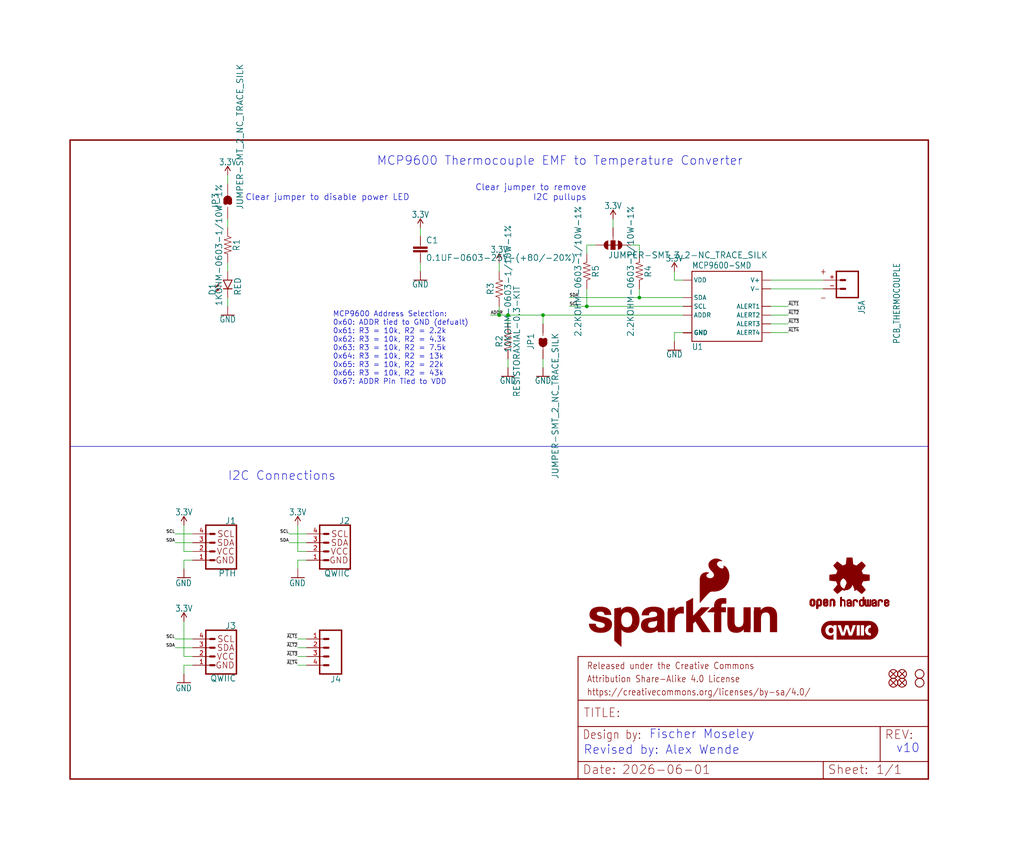
<source format=kicad_sch>
(kicad_sch (version 20230121) (generator eeschema)
  (paper "User" 297.002 245.847)
  (lib_symbols
    (symbol "SparkFun_Qwiic_Thermocouple_Amplifier_PCC-eagle-import:0.1UF-0603-25V-(+80/-20%)"
      (property "Reference" "C" (at 1.524 2.921 0))
      (symbol "0.1UF-0603-25V-(+80/-20%)_1_0"
        (pin passive line (at 0 5.08 270) (length 2.54) (name "1") (number "1"))
        (pin passive line (at 0 -2.54 90) (length 2.54) (name "2") (number "2"))
      )
    )
    (symbol "SparkFun_Qwiic_Thermocouple_Amplifier_PCC-eagle-import:10KOHM-0603-1/10W-1%"
      (property "Reference" "R" (at 0 1.524 0))
      (symbol "10KOHM-0603-1/10W-1%_1_0"
        (pin passive line (at -5.08 0 0) (length 2.54) (name "1") (number "1"))
        (pin passive line (at 5.08 0 180) (length 2.54) (name "2") (number "2"))
      )
    )
    (symbol "SparkFun_Qwiic_Thermocouple_Amplifier_PCC-eagle-import:1KOHM-0603-1/10W-1%"
      (property "Reference" "R" (at 0 1.524 0))
      (symbol "1KOHM-0603-1/10W-1%_1_0"
        (pin passive line (at -5.08 0 0) (length 2.54) (name "1") (number "1"))
        (pin passive line (at 5.08 0 180) (length 2.54) (name "2") (number "2"))
      )
    )
    (symbol "SparkFun_Qwiic_Thermocouple_Amplifier_PCC-eagle-import:2.2KOHM-0603-1/10W-1%"
      (property "Reference" "R" (at 0 1.524 0))
      (symbol "2.2KOHM-0603-1/10W-1%_1_0"
        (pin passive line (at -5.08 0 0) (length 2.54) (name "1") (number "1"))
        (pin passive line (at 5.08 0 180) (length 2.54) (name "2") (number "2"))
      )
    )
    (symbol "SparkFun_Qwiic_Thermocouple_Amplifier_PCC-eagle-import:CONN_041X04_NO_SILK"
      (property "Reference" "J" (at -5.08 8.128 0))
      (symbol "CONN_041X04_NO_SILK_1_0"
        (pin passive line (at 5.08 -2.54 180) (length 5.08) (name "1") (number "1"))
        (pin passive line (at 5.08 0 180) (length 5.08) (name "2") (number "2"))
        (pin passive line (at 5.08 2.54 180) (length 5.08) (name "3") (number "3"))
        (pin passive line (at 5.08 5.08 180) (length 5.08) (name "4") (number "4"))
      )
    )
    (symbol "SparkFun_Qwiic_Thermocouple_Amplifier_PCC-eagle-import:FIDUCIALUFIDUCIAL")
    (symbol "SparkFun_Qwiic_Thermocouple_Amplifier_PCC-eagle-import:FRAME-LETTER"
      (symbol "FRAME-LETTER_2_0"
        (text "${#}/${##}" (at 86.36 1.27 0) (effects (font (size 2.54 2.54)) (justify left bottom)))
        (text "${CURRENT_DATE}" (at 12.7 1.27 0) (effects (font (size 2.54 2.54)) (justify left bottom)))
        (text "${PROJECTNAME}" (at 15.494 17.78 0) (effects (font (size 2.7432 2.7432)) (justify left bottom)))
        (text "Attribution Share-Alike 4.0 License" (at 2.54 27.94 0) (effects (font (size 1.9304 1.6408)) (justify left bottom)))
        (text "Date:" (at 1.27 1.27 0) (effects (font (size 2.54 2.54)) (justify left bottom)))
        (text "Design by:" (at 1.27 11.43 0) (effects (font (size 2.54 2.159)) (justify left bottom)))
        (text "https://creativecommons.org/licenses/by-sa/4.0/" (at 2.54 24.13 0) (effects (font (size 1.9304 1.6408)) (justify left bottom)))
        (text "Released under the Creative Commons" (at 2.54 31.75 0) (effects (font (size 1.9304 1.6408)) (justify left bottom)))
        (text "REV:" (at 88.9 11.43 0) (effects (font (size 2.54 2.54)) (justify left bottom)))
        (text "Sheet:" (at 72.39 1.27 0) (effects (font (size 2.54 2.54)) (justify left bottom)))
        (text "TITLE:" (at 1.524 17.78 0) (effects (font (size 2.54 2.54)) (justify left bottom)))
      )
    )
    (symbol "SparkFun_Qwiic_Thermocouple_Amplifier_PCC-eagle-import:I2C_STANDARD_NO_SILK"
      (property "Reference" "J" (at -5.08 7.874 0))
      (symbol "I2C_STANDARD_NO_SILK_1_0"
        (text "GND" (at -4.572 -2.54 0) (effects (font (size 1.778 1.778)) (justify left)))
        (text "SCL" (at -4.572 5.08 0) (effects (font (size 1.778 1.778)) (justify left)))
        (text "SDA" (at -4.572 2.54 0) (effects (font (size 1.778 1.778)) (justify left)))
        (text "VCC" (at -4.572 0 0) (effects (font (size 1.778 1.778)) (justify left)))
        (pin power_in line (at 7.62 -2.54 180) (length 5.08) (name "1") (number "1"))
        (pin power_in line (at 7.62 0 180) (length 5.08) (name "2") (number "2"))
        (pin passive line (at 7.62 2.54 180) (length 5.08) (name "3") (number "3"))
        (pin passive line (at 7.62 5.08 180) (length 5.08) (name "4") (number "4"))
      )
    )
    (symbol "SparkFun_Qwiic_Thermocouple_Amplifier_PCC-eagle-import:JUMPER-SMT_2_NC_TRACE_SILK"
      (property "Reference" "JP" (at -2.54 2.54 0))
      (symbol "JUMPER-SMT_2_NC_TRACE_SILK_1_0"
        (pin passive line (at -5.08 0 0) (length 2.54) (name "1") (number "1"))
        (pin passive line (at 5.08 0 180) (length 2.54) (name "2") (number "2"))
      )
    )
    (symbol "SparkFun_Qwiic_Thermocouple_Amplifier_PCC-eagle-import:JUMPER-SMT_3_2-NC_TRACE_SILK"
      (property "Reference" "JP" (at 2.54 0.381 0))
      (symbol "JUMPER-SMT_3_2-NC_TRACE_SILK_1_0"
        (pin passive line (at 0 5.08 270) (length 2.54) (name "1") (number "1"))
        (pin passive line (at -5.08 0 0) (length 2.54) (name "2") (number "2"))
        (pin passive line (at 0 -5.08 90) (length 2.54) (name "3") (number "3"))
      )
    )
    (symbol "SparkFun_Qwiic_Thermocouple_Amplifier_PCC-eagle-import:LED-RED0603"
      (property "Reference" "D" (at -3.429 -4.572 90))
      (symbol "LED-RED0603_1_0"
        (pin passive line (at 0 2.54 270) (length 2.54) (name "A") (number "A"))
        (pin passive line (at 0 -5.08 90) (length 2.54) (name "C") (number "C"))
      )
    )
    (symbol "SparkFun_Qwiic_Thermocouple_Amplifier_PCC-eagle-import:MCP9600-SMD"
      (property "Reference" "U" (at -10.414 10.668 0))
      (symbol "MCP9600-SMD_1_0"
        (pin bidirectional line (at -12.7 -7.62 0) (length 2.54) (name "GND") (number "1"))
        (pin bidirectional line (at -12.7 -7.62 0) (length 2.54) (name "GND") (number "10"))
        (pin bidirectional line (at 12.7 0 180) (length 2.54) (name "ALERT1") (number "11"))
        (pin bidirectional line (at 12.7 -2.54 180) (length 2.54) (name "ALERT2") (number "12"))
        (pin bidirectional line (at -12.7 -7.62 0) (length 2.54) (name "GND") (number "13"))
        (pin bidirectional line (at 12.7 -5.08 180) (length 2.54) (name "ALERT3") (number "14"))
        (pin bidirectional line (at 12.7 -7.62 180) (length 2.54) (name "ALERT4") (number "15"))
        (pin bidirectional line (at -12.7 -2.54 0) (length 2.54) (name "ADDR") (number "16"))
        (pin bidirectional line (at -12.7 -7.62 0) (length 2.54) (name "GND") (number "17"))
        (pin bidirectional line (at -12.7 -7.62 0) (length 2.54) (name "GND") (number "18"))
        (pin bidirectional line (at -12.7 0 0) (length 2.54) (name "SCL") (number "19"))
        (pin bidirectional line (at 12.7 7.62 180) (length 2.54) (name "V+") (number "2"))
        (pin bidirectional line (at -12.7 2.54 0) (length 2.54) (name "SDA") (number "20"))
        (pin bidirectional line (at -12.7 -7.62 0) (length 2.54) (name "GND") (number "21"))
        (pin bidirectional line (at -12.7 -7.62 0) (length 2.54) (name "GND") (number "3"))
        (pin bidirectional line (at 12.7 5.08 180) (length 2.54) (name "V-") (number "4"))
        (pin bidirectional line (at -12.7 -7.62 0) (length 2.54) (name "GND") (number "5"))
        (pin bidirectional line (at -12.7 -7.62 0) (length 2.54) (name "GND") (number "6"))
        (pin bidirectional line (at -12.7 -7.62 0) (length 2.54) (name "GND") (number "7"))
        (pin bidirectional line (at -12.7 7.62 0) (length 2.54) (name "VDD") (number "8"))
        (pin bidirectional line (at -12.7 -7.62 0) (length 2.54) (name "GND") (number "9"))
      )
    )
    (symbol "SparkFun_Qwiic_Thermocouple_Amplifier_PCC-eagle-import:OSHW-LOGOMINI")
    (symbol "SparkFun_Qwiic_Thermocouple_Amplifier_PCC-eagle-import:PCB_THERMOCOUPLE"
      (property "Reference" "JP" (at -1.27 0 90))
      (symbol "PCB_THERMOCOUPLE_1_0"
        (text "+" (at 5.08 -5.08 0) (effects (font (size 1.778 1.5113))))
        (text "-" (at 5.08 2.54 0) (effects (font (size 1.778 1.5113))))
        (pin passive line (at 5.08 -2.54 180) (length 5.08) (name "+") (number "+"))
        (pin passive line (at 5.08 0 180) (length 5.08) (name "-") (number "-"))
      )
      (symbol "PCB_THERMOCOUPLE_2_0"
        (pin passive line (at 0 -2.54 90) (length 2.54) (name "1") (number "CLIP1"))
        (pin passive line (at 2.54 -2.54 90) (length 2.54) (name "2") (number "CLIP2"))
      )
    )
    (symbol "SparkFun_Qwiic_Thermocouple_Amplifier_PCC-eagle-import:QWIIC_CONNECTORJS-1MM"
      (property "Reference" "J" (at -5.08 7.874 0))
      (symbol "QWIIC_CONNECTORJS-1MM_1_0"
        (text "GND" (at -4.572 -2.54 0) (effects (font (size 1.778 1.778)) (justify left)))
        (text "SCL" (at -4.572 5.08 0) (effects (font (size 1.778 1.778)) (justify left)))
        (text "SDA" (at -4.572 2.54 0) (effects (font (size 1.778 1.778)) (justify left)))
        (text "VCC" (at -4.572 0 0) (effects (font (size 1.778 1.778)) (justify left)))
        (pin power_in line (at 7.62 -2.54 180) (length 5.08) (name "1") (number "1"))
        (pin power_in line (at 7.62 0 180) (length 5.08) (name "2") (number "2"))
        (pin passive line (at 7.62 2.54 180) (length 5.08) (name "3") (number "3"))
        (pin passive line (at 7.62 5.08 180) (length 5.08) (name "4") (number "4"))
      )
    )
    (symbol "SparkFun_Qwiic_Thermocouple_Amplifier_PCC-eagle-import:QWIIC_LOGO_5MM")
    (symbol "SparkFun_Qwiic_Thermocouple_Amplifier_PCC-eagle-import:RESISTORAXIAL-0.3-KIT"
      (property "Reference" "R" (at 0 1.524 0))
      (symbol "RESISTORAXIAL-0.3-KIT_1_0"
        (pin passive line (at -5.08 0 0) (length 2.54) (name "1") (number "P$1"))
        (pin passive line (at 5.08 0 180) (length 2.54) (name "2") (number "P$2"))
      )
    )
    (symbol "SparkFun_Qwiic_Thermocouple_Amplifier_PCC-eagle-import:SFE_LOGO_NAME_FLAME.1_INCH")
    (symbol "SparkFun_Qwiic_Thermocouple_Amplifier_PCC-eagle-import:STAND-OFF")
    (symbol "SparkFun_Qwiic_Thermocouple_Amplifier_PCC-eagle-import:SparkFun-PowerSymbols_3.3V" (power)
      (property "Value" "SparkFun-PowerSymbols_3.3V" (at 0 2.794 0))
      (symbol "SparkFun-PowerSymbols_3.3V_1_0"
        (pin power_in line (at 0 0 90) (length 2.54) (name "3.3V") (number "1"))
      )
    )
    (symbol "SparkFun_Qwiic_Thermocouple_Amplifier_PCC-eagle-import:SparkFun-PowerSymbols_GND" (power)
      (property "Value" "SparkFun-PowerSymbols_GND" (at 0 -0.254 0))
      (symbol "SparkFun-PowerSymbols_GND_1_0"
        (pin power_in line (at 0 2.54 270) (length 2.54) (name "GND") (number "1"))
      )
    )
    (symbol "SparkFun_Qwiic_Thermocouple_Amplifier_PCC-eagle-import:SparkFun_GND" (power)
      (property "Value" "SparkFun_GND" (at -2.54 -2.54 0))
      (symbol "SparkFun_GND_1_0"
        (pin power_in line (at 0 2.54 270) (length 2.54) (name "GND") (number "1"))
      )
    )
  )
  (junction (at 185.42 86.36))
  (junction (at 147.32 91.44))
  (junction (at 170.18 88.9))
  (junction (at 157.48 91.44))
  (junction (at 144.78 91.44))
  (wire (pts (xy 147.32 104.14) (xy 147.32 106.68)) (stroke (width 0.1524)))
  (wire (pts (xy 223.52 91.44) (xy 228.6 91.44)) (stroke (width 0.1524)))
  (wire (pts (xy 223.52 96.52) (xy 228.6 96.52)) (stroke (width 0.1524)))
  (wire (pts (xy 83.82 154.94) (xy 88.9 154.94)) (stroke (width 0.1524)))
  (wire (pts (xy 53.34 195.58) (xy 53.34 193.04)) (stroke (width 0.1524)))
  (wire (pts (xy 86.36 160.02) (xy 88.9 160.02)) (stroke (width 0.1524)))
  (wire (pts (xy 66.04 63.5) (xy 66.04 66.04)) (stroke (width 0.1524)))
  (wire (pts (xy 147.32 91.44) (xy 144.78 91.44)) (stroke (width 0.1524)))
  (wire (pts (xy 170.18 73.66) (xy 170.18 71.12)) (stroke (width 0.1524)))
  (wire (pts (xy 170.18 88.9) (xy 198.12 88.9)) (stroke (width 0.1524)))
  (wire (pts (xy 53.34 180.34) (xy 53.34 190.5)) (stroke (width 0.1524)))
  (wire (pts (xy 165.1 88.9) (xy 170.18 88.9)) (stroke (width 0.1524)))
  (wire (pts (xy 157.48 91.44) (xy 198.12 91.44)) (stroke (width 0.1524)))
  (wire (pts (xy 50.8 157.48) (xy 55.88 157.48)) (stroke (width 0.1524)))
  (wire (pts (xy 55.88 154.94) (xy 50.8 154.94)) (stroke (width 0.1524)))
  (wire (pts (xy 53.34 162.56) (xy 55.88 162.56)) (stroke (width 0.1524)))
  (wire (pts (xy 195.58 96.52) (xy 198.12 96.52)) (stroke (width 0.1524)))
  (wire (pts (xy 66.04 53.34) (xy 66.04 50.8)) (stroke (width 0.1524)))
  (wire (pts (xy 223.52 88.9) (xy 228.6 88.9)) (stroke (width 0.1524)))
  (wire (pts (xy 223.52 81.28) (xy 238.76 81.28)) (stroke (width 0.1524)))
  (wire (pts (xy 157.48 91.44) (xy 147.32 91.44)) (stroke (width 0.1524)))
  (wire (pts (xy 185.42 73.66) (xy 185.42 71.12)) (stroke (width 0.1524)))
  (wire (pts (xy 121.92 76.2) (xy 121.92 78.74)) (stroke (width 0.1524)))
  (wire (pts (xy 185.42 71.12) (xy 182.88 71.12)) (stroke (width 0.1524)))
  (wire (pts (xy 83.82 157.48) (xy 88.9 157.48)) (stroke (width 0.1524)))
  (wire (pts (xy 185.42 86.36) (xy 198.12 86.36)) (stroke (width 0.1524)))
  (wire (pts (xy 55.88 187.96) (xy 50.8 187.96)) (stroke (width 0.1524)))
  (wire (pts (xy 177.8 66.04) (xy 177.8 63.5)) (stroke (width 0.1524)))
  (wire (pts (xy 223.52 93.98) (xy 228.6 93.98)) (stroke (width 0.1524)))
  (wire (pts (xy 195.58 78.74) (xy 195.58 81.28)) (stroke (width 0.1524)))
  (wire (pts (xy 165.1 86.36) (xy 185.42 86.36)) (stroke (width 0.1524)))
  (wire (pts (xy 121.92 68.58) (xy 121.92 66.04)) (stroke (width 0.1524)))
  (wire (pts (xy 195.58 99.06) (xy 195.58 96.52)) (stroke (width 0.1524)))
  (wire (pts (xy 66.04 76.2) (xy 66.04 78.74)) (stroke (width 0.1524)))
  (wire (pts (xy 88.9 193.04) (xy 86.36 193.04)) (stroke (width 0.1524)))
  (wire (pts (xy 157.48 104.14) (xy 157.48 106.68)) (stroke (width 0.1524)))
  (wire (pts (xy 147.32 91.44) (xy 147.32 93.98)) (stroke (width 0.1524)))
  (wire (pts (xy 50.8 185.42) (xy 55.88 185.42)) (stroke (width 0.1524)))
  (wire (pts (xy 88.9 190.5) (xy 86.36 190.5)) (stroke (width 0.1524)))
  (wire (pts (xy 66.04 86.36) (xy 66.04 88.9)) (stroke (width 0.1524)))
  (wire (pts (xy 86.36 152.4) (xy 86.36 160.02)) (stroke (width 0.1524)))
  (wire (pts (xy 195.58 81.28) (xy 198.12 81.28)) (stroke (width 0.1524)))
  (wire (pts (xy 170.18 88.9) (xy 170.18 83.82)) (stroke (width 0.1524)))
  (wire (pts (xy 86.36 162.56) (xy 88.9 162.56)) (stroke (width 0.1524)))
  (wire (pts (xy 144.78 76.2) (xy 144.78 78.74)) (stroke (width 0.1524)))
  (wire (pts (xy 53.34 165.1) (xy 53.34 162.56)) (stroke (width 0.1524)))
  (wire (pts (xy 144.78 91.44) (xy 142.24 91.44)) (stroke (width 0.1524)))
  (wire (pts (xy 223.52 83.82) (xy 238.76 83.82)) (stroke (width 0.1524)))
  (wire (pts (xy 185.42 86.36) (xy 185.42 83.82)) (stroke (width 0.1524)))
  (wire (pts (xy 86.36 165.1) (xy 86.36 162.56)) (stroke (width 0.1524)))
  (wire (pts (xy 53.34 193.04) (xy 55.88 193.04)) (stroke (width 0.1524)))
  (wire (pts (xy 88.9 187.96) (xy 86.36 187.96)) (stroke (width 0.1524)))
  (wire (pts (xy 88.9 185.42) (xy 86.36 185.42)) (stroke (width 0.1524)))
  (wire (pts (xy 144.78 88.9) (xy 144.78 91.44)) (stroke (width 0.1524)))
  (wire (pts (xy 53.34 152.4) (xy 53.34 160.02)) (stroke (width 0.1524)))
  (wire (pts (xy 53.34 160.02) (xy 55.88 160.02)) (stroke (width 0.1524)))
  (wire (pts (xy 172.72 71.12) (xy 170.18 71.12)) (stroke (width 0.1524)))
  (wire (pts (xy 157.48 93.98) (xy 157.48 91.44)) (stroke (width 0.1524)))
  (wire (pts (xy 53.34 190.5) (xy 55.88 190.5)) (stroke (width 0.1524)))
  (polyline (pts (xy 20.32 129.54) (xy 269.24 129.54)) (stroke (width 0.1524) (type solid)))
  (text "Clear jumper to disable power LED" (at 71.12 58.42 0) (effects (font (size 1.778 1.778)) (justify left bottom)))
  (text "Fischer Moseley" (at 188.214 214.63 0) (effects (font (size 2.54 2.54)) (justify left bottom)))
  (text "Clear jumper to remove\nI2C pullups" (at 170.18 58.42 0) (effects (font (size 1.778 1.778)) (justify right bottom)))
  (text "I2C Connections" (at 66.04 139.7 0) (effects (font (size 2.54 2.54)) (justify left bottom)))
  (text "MCP9600 Thermocouple EMF to Temperature Converter" (at 109.22 48.26 0) (effects (font (size 2.54 2.54)) (justify left bottom)))
  (text "v10" (at 259.842 218.694 0) (effects (font (size 2.54 2.54)) (justify left bottom)))
  (text "MCP9600 Address Selection:\n0x60: ADDR tied to GND (defualt)\n0x61: R3 = 10k, R2 = 2.2k\n0x62: R3 = 10k, R2 = 4.3k\n0x63: R3 = 10k, R2 = 7.5k\n0x64: R3 = 10k, R2 = 13k\n0x65: R3 = 10k, R2 = 22k\n0x66: R3 = 10k, R2 = 43k\n0x67: ADDR Pin Tied to VDD" (at 96.52 111.76 0) (effects (font (size 1.524 1.524)) (justify left bottom)))
  (text "Revised by: Alex Wende" (at 169.164 219.202 0) (effects (font (size 2.54 2.54)) (justify left bottom)))
  (label "SDA" (at 165.1 86.36 0) (effects (font (size 0.889 0.889))))
  (label "SCL" (at 50.8 154.94 180) (effects (font (size 0.889 0.889))))
  (label "~{ALT1}" (at 86.36 185.42 180) (effects (font (size 0.889 0.889))))
  (label "SDA" (at 83.82 157.48 180) (effects (font (size 0.889 0.889))))
  (label "~{ALT3}" (at 86.36 190.5 180) (effects (font (size 0.889 0.889))))
  (label "SDA" (at 50.8 187.96 180) (effects (font (size 0.889 0.889))))
  (label "SCL" (at 165.1 88.9 0) (effects (font (size 0.889 0.889))))
  (label "~{ALT2}" (at 228.6 91.44 0) (effects (font (size 0.889 0.889))))
  (label "~{ALT3}" (at 228.6 93.98 0) (effects (font (size 0.889 0.889))))
  (label "~{ALT4}" (at 228.6 96.52 0) (effects (font (size 0.889 0.889))))
  (label "SCL" (at 50.8 185.42 180) (effects (font (size 0.889 0.889))))
  (label "~{ALT2}" (at 86.36 187.96 180) (effects (font (size 0.889 0.889))))
  (label "~{ALT4}" (at 86.36 193.04 180) (effects (font (size 0.889 0.889))))
  (label "~{ALT1}" (at 228.6 88.9 0) (effects (font (size 0.889 0.889))))
  (label "ADDR" (at 142.24 91.44 0) (effects (font (size 0.889 0.889))))
  (label "SDA" (at 50.8 157.48 180) (effects (font (size 0.889 0.889))))
  (label "SCL" (at 83.82 154.94 180) (effects (font (size 0.889 0.889))))
  (symbol (lib_id "SparkFun_Qwiic_Thermocouple_Amplifier_PCC-eagle-import:I2C_STANDARD_NO_SILK") (at 63.5 160.02 0) (mirror y) (unit 1)
    (property "Reference" "J1" (at 68.58 152.146 0) (effects (font (size 1.778 1.778)) (justify left bottom)))
    (property "Value" "PTH" (at 68.58 165.354 0) (effects (font (size 1.778 1.778)) (justify left top)))
    (property "Footprint" "SparkFun_Qwiic_Thermocouple_Amplifier_PCC:1X04_NO_SILK" (effects hide))
  )
  (symbol (lib_id "SparkFun_Qwiic_Thermocouple_Amplifier_PCC-eagle-import:JUMPER-SMT_3_2-NC_TRACE_SILK") (at 177.8 71.12 90) (mirror x) (unit 1)
    (property "Reference" "JP2" (effects hide))
    (property "Value" "JUMPER-SMT_3_2-NC_TRACE_SILK" (at 176.276 75.057 90) (effects (font (size 1.778 1.778)) (justify right bottom)))
    (property "Footprint" "SparkFun_Qwiic_Thermocouple_Amplifier_PCC:SMT-JUMPER_3_2-NC_TRACE_SILK" (effects hide))
  )
  (symbol (lib_id "SparkFun_Qwiic_Thermocouple_Amplifier_PCC-eagle-import:FRAME-LETTER") (at 167.64 226.06 0) (unit 2)
    (property "Reference" "FRAME1" (effects hide))
    (property "Value" "FRAME-LETTER" (effects hide))
    (property "Footprint" "SparkFun_Qwiic_Thermocouple_Amplifier_PCC:CREATIVE_COMMONS" (effects hide))
  )
  (symbol (lib_id "SparkFun_Qwiic_Thermocouple_Amplifier_PCC-eagle-import:STAND-OFF") (at 266.7 198.12 0) (unit 1)
    (property "Reference" "JP9" (effects hide))
    (property "Value" "STAND-OFF" (effects hide))
    (property "Footprint" "SparkFun_Qwiic_Thermocouple_Amplifier_PCC:STAND-OFF" (effects hide))
  )
  (symbol (lib_id "SparkFun_Qwiic_Thermocouple_Amplifier_PCC-eagle-import:OSHW-LOGOMINI") (at 246.38 167.64 0) (unit 1)
    (property "Reference" "LOGO1" (effects hide))
    (property "Value" "OSHW-LOGOMINI" (effects hide))
    (property "Footprint" "SparkFun_Qwiic_Thermocouple_Amplifier_PCC:OSHW-LOGO-MINI" (effects hide))
  )
  (symbol (lib_id "SparkFun_Qwiic_Thermocouple_Amplifier_PCC-eagle-import:SparkFun-PowerSymbols_3.3V") (at 121.92 66.04 0) (unit 1)
    (property "Reference" "#SUPPLY5" (effects hide))
    (property "Value" "3.3V" (at 121.92 63.246 0) (effects (font (size 1.778 1.5113)) (justify bottom)))
  )
  (symbol (lib_id "SparkFun_Qwiic_Thermocouple_Amplifier_PCC-eagle-import:PCB_THERMOCOUPLE") (at 243.84 83.82 180) (unit 1)
    (property "Reference" "J5" (at 248.92 87.122 90) (effects (font (size 1.778 1.5113)) (justify left bottom)))
    (property "Value" "PCB_THERMOCOUPLE" (at 259.08 76.2 90) (effects (font (size 1.778 1.5113)) (justify left bottom)))
    (property "Footprint" "SparkFun_Qwiic_Thermocouple_Amplifier_PCC:PCC-SMP" (effects hide))
  )
  (symbol (lib_id "SparkFun_Qwiic_Thermocouple_Amplifier_PCC-eagle-import:FIDUCIALUFIDUCIAL") (at 261.62 195.58 0) (unit 1)
    (property "Reference" "FD1" (effects hide))
    (property "Value" "FIDUCIALUFIDUCIAL" (effects hide))
    (property "Footprint" "SparkFun_Qwiic_Thermocouple_Amplifier_PCC:FIDUCIAL-MICRO" (effects hide))
  )
  (symbol (lib_id "SparkFun_Qwiic_Thermocouple_Amplifier_PCC-eagle-import:1KOHM-0603-1/10W-1%") (at 66.04 71.12 270) (unit 1)
    (property "Reference" "R1" (at 67.564 71.12 0) (effects (font (size 1.778 1.778)) (justify bottom)))
    (property "Value" "1KOHM-0603-1/10W-1%" (at 64.516 71.12 0) (effects (font (size 1.778 1.778)) (justify top)))
    (property "Footprint" "SparkFun_Qwiic_Thermocouple_Amplifier_PCC:0603" (effects hide))
  )
  (symbol (lib_id "SparkFun_Qwiic_Thermocouple_Amplifier_PCC-eagle-import:FIDUCIALUFIDUCIAL") (at 261.62 198.12 0) (unit 1)
    (property "Reference" "FD2" (effects hide))
    (property "Value" "FIDUCIALUFIDUCIAL" (effects hide))
    (property "Footprint" "SparkFun_Qwiic_Thermocouple_Amplifier_PCC:FIDUCIAL-MICRO" (effects hide))
  )
  (symbol (lib_id "SparkFun_Qwiic_Thermocouple_Amplifier_PCC-eagle-import:STAND-OFF") (at 266.7 195.58 0) (unit 1)
    (property "Reference" "JP8" (effects hide))
    (property "Value" "STAND-OFF" (effects hide))
    (property "Footprint" "SparkFun_Qwiic_Thermocouple_Amplifier_PCC:STAND-OFF" (effects hide))
  )
  (symbol (lib_id "SparkFun_Qwiic_Thermocouple_Amplifier_PCC-eagle-import:SparkFun_GND") (at 86.36 167.64 0) (unit 1)
    (property "Reference" "#GND7" (effects hide))
    (property "Value" "GND" (at 83.82 170.18 0) (effects (font (size 1.778 1.5113)) (justify left bottom)))
  )
  (symbol (lib_id "SparkFun_Qwiic_Thermocouple_Amplifier_PCC-eagle-import:RESISTORAXIAL-0.3-KIT") (at 147.32 99.06 90) (unit 1)
    (property "Reference" "R2" (at 145.796 99.06 0) (effects (font (size 1.778 1.778)) (justify bottom)))
    (property "Value" "RESISTORAXIAL-0.3-KIT" (at 148.844 99.06 0) (effects (font (size 1.778 1.778)) (justify top)))
    (property "Footprint" "SparkFun_Qwiic_Thermocouple_Amplifier_PCC:AXIAL-0.3-KIT" (effects hide))
  )
  (symbol (lib_id "SparkFun_Qwiic_Thermocouple_Amplifier_PCC-eagle-import:QWIIC_LOGO_5MM") (at 246.38 182.88 0) (unit 1)
    (property "Reference" "LOGO3" (effects hide))
    (property "Value" "QWIIC_LOGO_5MM" (effects hide))
    (property "Footprint" "SparkFun_Qwiic_Thermocouple_Amplifier_PCC:QWIIC_5MM" (effects hide))
  )
  (symbol (lib_id "SparkFun_Qwiic_Thermocouple_Amplifier_PCC-eagle-import:MCP9600-SMD") (at 210.82 88.9 0) (unit 1)
    (property "Reference" "U1" (at 200.66 101.6 0) (effects (font (size 1.778 1.5113)) (justify left bottom)))
    (property "Value" "MCP9600-SMD" (at 200.66 77.978 0) (effects (font (size 1.778 1.5113)) (justify left bottom)))
    (property "Footprint" "SparkFun_Qwiic_Thermocouple_Amplifier_PCC:MQFN-20" (effects hide))
  )
  (symbol (lib_id "SparkFun_Qwiic_Thermocouple_Amplifier_PCC-eagle-import:JUMPER-SMT_2_NC_TRACE_SILK") (at 157.48 99.06 90) (mirror x) (unit 1)
    (property "Reference" "JP1" (at 154.94 96.52 0) (effects (font (size 1.778 1.778)) (justify left bottom)))
    (property "Value" "JUMPER-SMT_2_NC_TRACE_SILK" (at 160.02 96.52 0) (effects (font (size 1.778 1.778)) (justify left top)))
    (property "Footprint" "SparkFun_Qwiic_Thermocouple_Amplifier_PCC:SMT-JUMPER_2_NC_TRACE_SILK" (effects hide))
  )
  (symbol (lib_id "SparkFun_Qwiic_Thermocouple_Amplifier_PCC-eagle-import:SparkFun-PowerSymbols_3.3V") (at 86.36 152.4 0) (unit 1)
    (property "Reference" "#SUPPLY7" (effects hide))
    (property "Value" "3.3V" (at 86.36 149.606 0) (effects (font (size 1.778 1.5113)) (justify bottom)))
  )
  (symbol (lib_id "SparkFun_Qwiic_Thermocouple_Amplifier_PCC-eagle-import:SFE_LOGO_NAME_FLAME.1_INCH") (at 170.18 187.96 0) (unit 1)
    (property "Reference" "LOGO2" (effects hide))
    (property "Value" "SFE_LOGO_NAME_FLAME.1_INCH" (effects hide))
    (property "Footprint" "SparkFun_Qwiic_Thermocouple_Amplifier_PCC:SFE_LOGO_NAME_FLAME_.1" (effects hide))
  )
  (symbol (lib_id "SparkFun_Qwiic_Thermocouple_Amplifier_PCC-eagle-import:SparkFun-PowerSymbols_3.3V") (at 177.8 63.5 0) (mirror y) (unit 1)
    (property "Reference" "#SUPPLY9" (effects hide))
    (property "Value" "3.3V" (at 177.8 60.706 0) (effects (font (size 1.778 1.5113)) (justify bottom)))
  )
  (symbol (lib_id "SparkFun_Qwiic_Thermocouple_Amplifier_PCC-eagle-import:SparkFun-PowerSymbols_3.3V") (at 53.34 180.34 0) (unit 1)
    (property "Reference" "#SUPPLY4" (effects hide))
    (property "Value" "3.3V" (at 53.34 177.546 0) (effects (font (size 1.778 1.5113)) (justify bottom)))
  )
  (symbol (lib_id "SparkFun_Qwiic_Thermocouple_Amplifier_PCC-eagle-import:SparkFun-PowerSymbols_3.3V") (at 195.58 78.74 0) (unit 1)
    (property "Reference" "#SUPPLY6" (effects hide))
    (property "Value" "3.3V" (at 195.58 75.946 0) (effects (font (size 1.778 1.5113)) (justify bottom)))
  )
  (symbol (lib_id "SparkFun_Qwiic_Thermocouple_Amplifier_PCC-eagle-import:SparkFun_GND") (at 53.34 167.64 0) (unit 1)
    (property "Reference" "#GND5" (effects hide))
    (property "Value" "GND" (at 50.8 170.18 0) (effects (font (size 1.778 1.5113)) (justify left bottom)))
  )
  (symbol (lib_id "SparkFun_Qwiic_Thermocouple_Amplifier_PCC-eagle-import:SparkFun_GND") (at 53.34 198.12 0) (unit 1)
    (property "Reference" "#GND6" (effects hide))
    (property "Value" "GND" (at 50.8 200.66 0) (effects (font (size 1.778 1.5113)) (justify left bottom)))
  )
  (symbol (lib_id "SparkFun_Qwiic_Thermocouple_Amplifier_PCC-eagle-import:QWIIC_CONNECTORJS-1MM") (at 63.5 190.5 0) (mirror y) (unit 1)
    (property "Reference" "J3" (at 68.58 182.626 0) (effects (font (size 1.778 1.778)) (justify left bottom)))
    (property "Value" "QWIIC" (at 68.58 195.834 0) (effects (font (size 1.778 1.778)) (justify left top)))
    (property "Footprint" "SparkFun_Qwiic_Thermocouple_Amplifier_PCC:JST04_1MM_RA" (effects hide))
  )
  (symbol (lib_id "SparkFun_Qwiic_Thermocouple_Amplifier_PCC-eagle-import:SparkFun-PowerSymbols_3.3V") (at 53.34 152.4 0) (unit 1)
    (property "Reference" "#SUPPLY3" (effects hide))
    (property "Value" "3.3V" (at 53.34 149.606 0) (effects (font (size 1.778 1.5113)) (justify bottom)))
  )
  (symbol (lib_id "SparkFun_Qwiic_Thermocouple_Amplifier_PCC-eagle-import:LED-RED0603") (at 66.04 81.28 0) (unit 1)
    (property "Reference" "D1" (at 62.611 85.852 90) (effects (font (size 1.778 1.778)) (justify left bottom)))
    (property "Value" "RED" (at 67.945 85.852 90) (effects (font (size 1.778 1.778)) (justify left top)))
    (property "Footprint" "SparkFun_Qwiic_Thermocouple_Amplifier_PCC:LED-0603" (effects hide))
  )
  (symbol (lib_id "SparkFun_Qwiic_Thermocouple_Amplifier_PCC-eagle-import:10KOHM-0603-1/10W-1%") (at 144.78 83.82 90) (unit 1)
    (property "Reference" "R3" (at 143.256 83.82 0) (effects (font (size 1.778 1.778)) (justify bottom)))
    (property "Value" "10KOHM-0603-1/10W-1%" (at 146.304 83.82 0) (effects (font (size 1.778 1.778)) (justify top)))
    (property "Footprint" "SparkFun_Qwiic_Thermocouple_Amplifier_PCC:0603" (effects hide))
  )
  (symbol (lib_id "SparkFun_Qwiic_Thermocouple_Amplifier_PCC-eagle-import:FIDUCIALUFIDUCIAL") (at 259.08 195.58 0) (unit 1)
    (property "Reference" "FD4" (effects hide))
    (property "Value" "FIDUCIALUFIDUCIAL" (effects hide))
    (property "Footprint" "SparkFun_Qwiic_Thermocouple_Amplifier_PCC:FIDUCIAL-MICRO" (effects hide))
  )
  (symbol (lib_id "SparkFun_Qwiic_Thermocouple_Amplifier_PCC-eagle-import:FIDUCIALUFIDUCIAL") (at 259.08 198.12 0) (unit 1)
    (property "Reference" "FD3" (effects hide))
    (property "Value" "FIDUCIALUFIDUCIAL" (effects hide))
    (property "Footprint" "SparkFun_Qwiic_Thermocouple_Amplifier_PCC:FIDUCIAL-MICRO" (effects hide))
  )
  (symbol (lib_id "SparkFun_Qwiic_Thermocouple_Amplifier_PCC-eagle-import:SparkFun-PowerSymbols_GND") (at 121.92 81.28 0) (unit 1)
    (property "Reference" "#GND4" (effects hide))
    (property "Value" "GND" (at 121.92 81.534 0) (effects (font (size 1.778 1.5113)) (justify top)))
  )
  (symbol (lib_id "SparkFun_Qwiic_Thermocouple_Amplifier_PCC-eagle-import:SparkFun-PowerSymbols_GND") (at 157.48 109.22 0) (mirror y) (unit 1)
    (property "Reference" "#GND8" (effects hide))
    (property "Value" "GND" (at 157.48 109.474 0) (effects (font (size 1.778 1.5113)) (justify top)))
  )
  (symbol (lib_id "SparkFun_Qwiic_Thermocouple_Amplifier_PCC-eagle-import:QWIIC_CONNECTORJS-1MM") (at 96.52 160.02 0) (mirror y) (unit 1)
    (property "Reference" "J2" (at 101.6 152.146 0) (effects (font (size 1.778 1.778)) (justify left bottom)))
    (property "Value" "QWIIC" (at 101.6 165.354 0) (effects (font (size 1.778 1.778)) (justify left top)))
    (property "Footprint" "SparkFun_Qwiic_Thermocouple_Amplifier_PCC:JST04_1MM_RA" (effects hide))
  )
  (symbol (lib_id "SparkFun_Qwiic_Thermocouple_Amplifier_PCC-eagle-import:SparkFun-PowerSymbols_GND") (at 66.04 91.44 0) (unit 1)
    (property "Reference" "#GND1" (effects hide))
    (property "Value" "GND" (at 66.04 91.694 0) (effects (font (size 1.778 1.5113)) (justify top)))
  )
  (symbol (lib_id "SparkFun_Qwiic_Thermocouple_Amplifier_PCC-eagle-import:SparkFun-PowerSymbols_GND") (at 195.58 101.6 0) (unit 1)
    (property "Reference" "#GND2" (effects hide))
    (property "Value" "GND" (at 195.58 101.854 0) (effects (font (size 1.778 1.5113)) (justify top)))
  )
  (symbol (lib_id "SparkFun_Qwiic_Thermocouple_Amplifier_PCC-eagle-import:JUMPER-SMT_2_NC_TRACE_SILK") (at 66.04 58.42 90) (unit 1)
    (property "Reference" "JP3" (at 63.5 60.96 0) (effects (font (size 1.778 1.778)) (justify left bottom)))
    (property "Value" "JUMPER-SMT_2_NC_TRACE_SILK" (at 68.58 60.96 0) (effects (font (size 1.778 1.778)) (justify left top)))
    (property "Footprint" "SparkFun_Qwiic_Thermocouple_Amplifier_PCC:SMT-JUMPER_2_NC_TRACE_SILK" (effects hide))
  )
  (symbol (lib_id "SparkFun_Qwiic_Thermocouple_Amplifier_PCC-eagle-import:SparkFun-PowerSymbols_3.3V") (at 144.78 76.2 0) (mirror y) (unit 1)
    (property "Reference" "#SUPPLY2" (effects hide))
    (property "Value" "3.3V" (at 144.78 73.406 0) (effects (font (size 1.778 1.5113)) (justify bottom)))
  )
  (symbol (lib_id "SparkFun_Qwiic_Thermocouple_Amplifier_PCC-eagle-import:SparkFun-PowerSymbols_3.3V") (at 66.04 50.8 0) (unit 1)
    (property "Reference" "#SUPPLY1" (effects hide))
    (property "Value" "3.3V" (at 66.04 48.006 0) (effects (font (size 1.778 1.5113)) (justify bottom)))
  )
  (symbol (lib_id "SparkFun_Qwiic_Thermocouple_Amplifier_PCC-eagle-import:FRAME-LETTER") (at 20.32 226.06 0) (unit 1)
    (property "Reference" "FRAME1" (effects hide))
    (property "Value" "FRAME-LETTER" (effects hide))
    (property "Footprint" "SparkFun_Qwiic_Thermocouple_Amplifier_PCC:CREATIVE_COMMONS" (effects hide))
  )
  (symbol (lib_id "SparkFun_Qwiic_Thermocouple_Amplifier_PCC-eagle-import:CONN_041X04_NO_SILK") (at 93.98 187.96 180) (unit 1)
    (property "Reference" "J4" (at 99.06 196.088 0) (effects (font (size 1.778 1.778)) (justify left bottom)))
    (property "Value" "CONN_041X04_NO_SILK" (effects hide))
    (property "Footprint" "SparkFun_Qwiic_Thermocouple_Amplifier_PCC:1X04_NO_SILK" (effects hide))
  )
  (symbol (lib_id "SparkFun_Qwiic_Thermocouple_Amplifier_PCC-eagle-import:SparkFun-PowerSymbols_GND") (at 147.32 109.22 0) (mirror y) (unit 1)
    (property "Reference" "#GND3" (effects hide))
    (property "Value" "GND" (at 147.32 109.474 0) (effects (font (size 1.778 1.5113)) (justify top)))
  )
  (symbol (lib_id "SparkFun_Qwiic_Thermocouple_Amplifier_PCC-eagle-import:0.1UF-0603-25V-(+80/-20%)") (at 121.92 73.66 0) (unit 1)
    (property "Reference" "C1" (at 123.444 70.739 0) (effects (font (size 1.778 1.778)) (justify left bottom)))
    (property "Value" "0.1UF-0603-25V-(+80/-20%)" (at 123.444 75.819 0) (effects (font (size 1.778 1.778)) (justify left bottom)))
    (property "Footprint" "SparkFun_Qwiic_Thermocouple_Amplifier_PCC:0603" (effects hide))
  )
  (symbol (lib_id "SparkFun_Qwiic_Thermocouple_Amplifier_PCC-eagle-import:2.2KOHM-0603-1/10W-1%") (at 170.18 78.74 270) (mirror x) (unit 1)
    (property "Reference" "R5" (at 171.704 78.74 0) (effects (font (size 1.778 1.778)) (justify bottom)))
    (property "Value" "2.2KOHM-0603-1/10W-1%" (at 168.656 78.74 0) (effects (font (size 1.778 1.778)) (justify top)))
    (property "Footprint" "SparkFun_Qwiic_Thermocouple_Amplifier_PCC:0603" (effects hide))
  )
  (symbol (lib_id "SparkFun_Qwiic_Thermocouple_Amplifier_PCC-eagle-import:2.2KOHM-0603-1/10W-1%") (at 185.42 78.74 270) (mirror x) (unit 1)
    (property "Reference" "R4" (at 186.944 78.74 0) (effects (font (size 1.778 1.778)) (justify bottom)))
    (property "Value" "2.2KOHM-0603-1/10W-1%" (at 183.896 78.74 0) (effects (font (size 1.778 1.778)) (justify top)))
    (property "Footprint" "SparkFun_Qwiic_Thermocouple_Amplifier_PCC:0603" (effects hide))
  )
)
</source>
